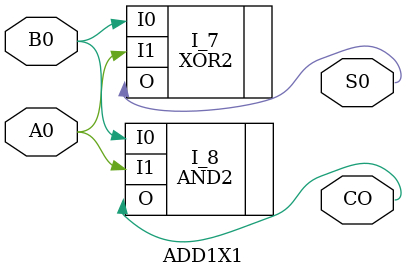
<source format=v>

module ADD1X1( CO, S0, A0, B0 );


output  CO, S0;

input  A0, B0;

`ifdef SYNTH
`else

    specify
	specparam CDS_LIBNAME  = "xc9000";
	specparam CDS_CELLNAME = "ADD1X1";
	specparam CDS_VIEWNAME = "schematic";
    endspecify

    XOR2  I_7( .I0(B0), .I1(A0), .O(S0));
    AND2  I_8( .I0(B0), .O(CO), .I1(A0));

`endif

endmodule

</source>
